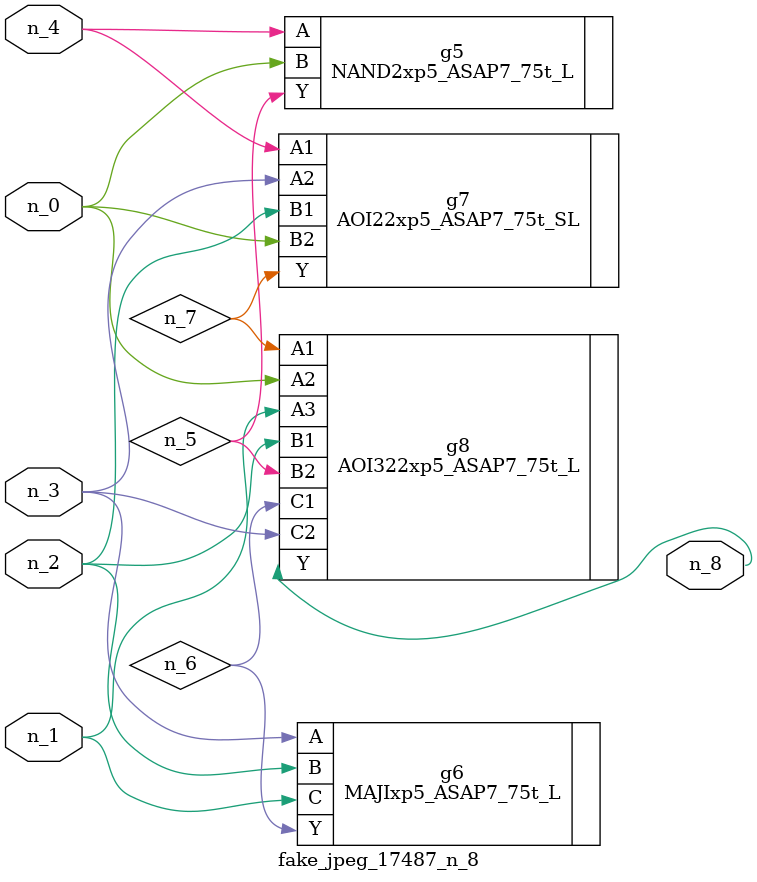
<source format=v>
module fake_jpeg_17487_n_8 (n_3, n_2, n_1, n_0, n_4, n_8);

input n_3;
input n_2;
input n_1;
input n_0;
input n_4;

output n_8;

wire n_6;
wire n_5;
wire n_7;

NAND2xp5_ASAP7_75t_L g5 ( 
.A(n_4),
.B(n_0),
.Y(n_5)
);

MAJIxp5_ASAP7_75t_L g6 ( 
.A(n_3),
.B(n_2),
.C(n_1),
.Y(n_6)
);

AOI22xp5_ASAP7_75t_SL g7 ( 
.A1(n_4),
.A2(n_3),
.B1(n_2),
.B2(n_0),
.Y(n_7)
);

AOI322xp5_ASAP7_75t_L g8 ( 
.A1(n_7),
.A2(n_0),
.A3(n_1),
.B1(n_2),
.B2(n_5),
.C1(n_6),
.C2(n_3),
.Y(n_8)
);


endmodule
</source>
